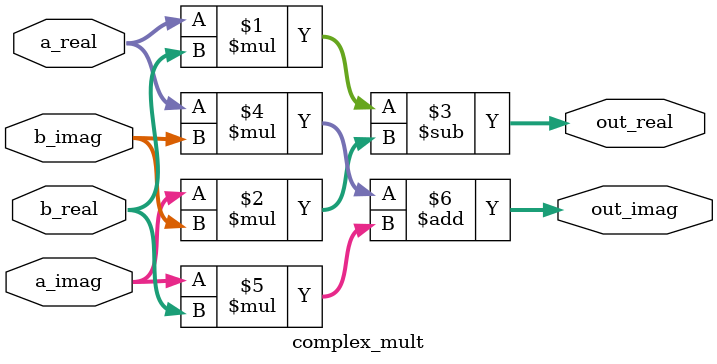
<source format=v>
`default_nettype none
module complex_mult
#(
    parameter data_in_width = 8, 
    parameter data_out_width = 16
)
(
    input wire signed [data_in_width-1:0] a_real,
    input wire signed [data_in_width-1:0] a_imag,
    input wire signed [data_in_width-1:0] b_real,
    input wire signed [data_in_width-1:0] b_imag,

    output wire signed [data_out_width-1:0] out_real,
    output wire signed [data_out_width-1:0] out_imag
);

    assign out_real = a_real * b_real - a_imag * b_imag;
    assign out_imag = a_real * b_imag + a_imag * b_real;

endmodule


</source>
